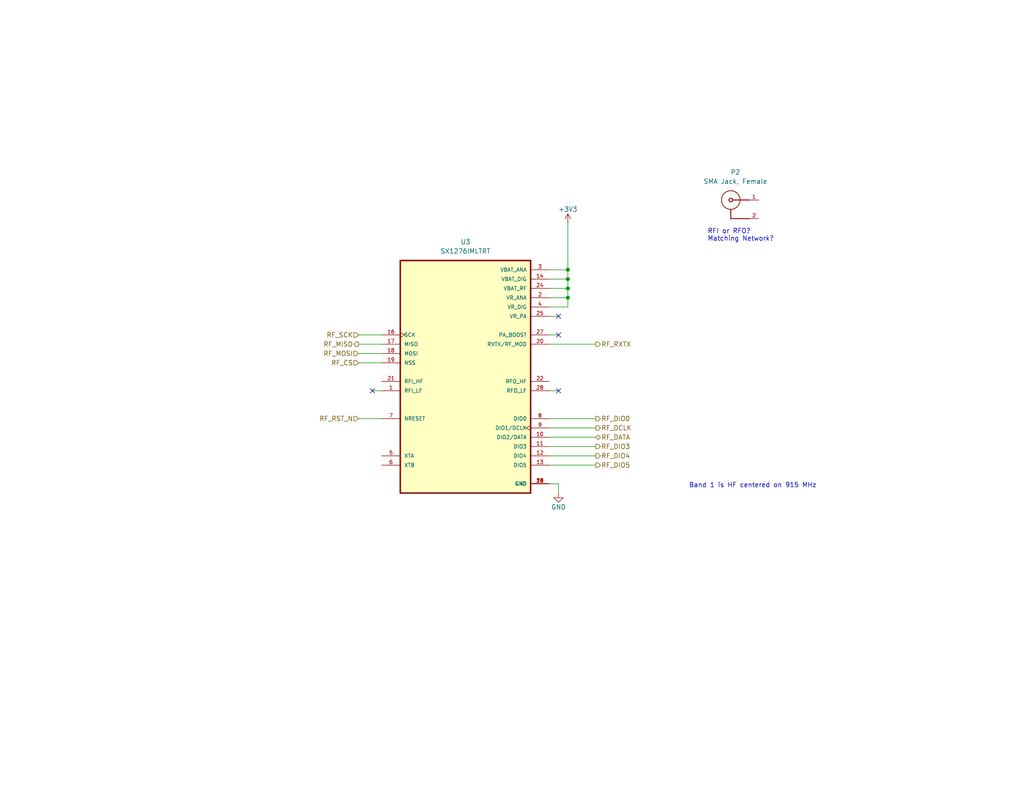
<source format=kicad_sch>
(kicad_sch (version 20211123) (generator eeschema)
  (paper "USLetter")
  (title_block (title "LoRa Expansion Card for Frame.Work Laptop") (date "2022-05-08") (rev "0.2.1") (comment 3 "Kris Keillor"))
  (lib_symbols
    (symbol "KKicadLib:SMA Jack, Female" (pin_names (offset 1.016))
      (property "Reference" "J" (at 0 3.556 0))
      (property "Value" "SMA Jack, Female" (at 0 -8.128 0))
      (symbol "SMA Jack, Female_0_0"
        (polyline (pts (xy 0 -5.08) (xy 5.08 -5.08)) (stroke (width 0.254)))
        (polyline (pts (xy 0 -2.54) (xy 0 -5.08)) (stroke (width 0.254)))
        (polyline (pts (xy 5.08 0) (xy 0.54 0)) (stroke (width 0.254)))
        (circle (center 0 0) (radius 0.5) (stroke (width 0.254)))
        (circle (center 0 0) (radius 2.54) (stroke (width 0.2)))
        (pin bidirectional line (at 7.62 0 180) (length 2.54) (name "~") (number "1"))
        (pin passive line (at 7.62 -5.08 180) (length 2.54) (name "~") (number "2"))
        (pin passive line (at 7.62 -5.08 180) (length 2.54) hide (name "~") (number "3"))
        (pin passive line (at 7.62 -5.08 180) (length 2.54) hide (name "~") (number "4"))
        (pin passive line (at 7.62 -5.08 180) (length 2.54) hide (name "~") (number "5"))
      )
    )
    (symbol "kkicadlib:SX1276IMLTRT" (pin_names (offset 1.016))
      (property "Reference" "U" (at -17.8244 34.102 0))
      (property "Value" "SX1276IMLTRT" (at -17.8103 -34.5388 0))
      (symbol "SX1276IMLTRT_0_0"
        (rectangle (start -17.78 -30.48) (end 17.78 33.02) (stroke (width 0.41)) (fill (type background)))
        (pin input line (at -22.86 -2.54 0) (length 5.08) (name "RFI_LF") (number "1"))
        (pin bidirectional line (at 22.86 -15.24 180) (length 5.08) (name "DIO2/DATA") (number "10"))
        (pin bidirectional line (at 22.86 -17.78 180) (length 5.08) (name "DIO3") (number "11"))
        (pin bidirectional line (at 22.86 -20.32 180) (length 5.08) (name "DIO4") (number "12"))
        (pin bidirectional line (at 22.86 -22.86 180) (length 5.08) (name "DIO5") (number "13"))
        (pin power_in line (at 22.86 27.94 180) (length 5.08) (name "VBAT_DIG") (number "14"))
        (pin power_in line (at 22.86 -27.94 180) (length 5.08) (name "GND") (number "15"))
        (pin input clock (at -22.86 12.7 0) (length 5.08) (name "SCK") (number "16"))
        (pin output line (at -22.86 10.16 0) (length 5.08) (name "MISO") (number "17"))
        (pin input line (at -22.86 7.62 0) (length 5.08) (name "MOSI") (number "18"))
        (pin input line (at -22.86 5.08 0) (length 5.08) (name "NSS") (number "19"))
        (pin power_in line (at 22.86 22.86 180) (length 5.08) (name "VR_ANA") (number "2"))
        (pin output line (at 22.86 10.16 180) (length 5.08) (name "RXTX/RF_MOD") (number "20"))
        (pin input line (at -22.86 0 0) (length 5.08) (name "RFI_HF") (number "21"))
        (pin output line (at 22.86 0 180) (length 5.08) (name "RFO_HF") (number "22"))
        (pin power_in line (at 22.86 -27.94 180) (length 5.08) (name "GND") (number "23"))
        (pin power_in line (at 22.86 25.4 180) (length 5.08) (name "VBAT_RF") (number "24"))
        (pin power_in line (at 22.86 17.78 180) (length 5.08) (name "VR_PA") (number "25"))
        (pin power_in line (at 22.86 -27.94 180) (length 5.08) (name "GND") (number "26"))
        (pin output line (at 22.86 12.7 180) (length 5.08) (name "PA_BOOST") (number "27"))
        (pin output line (at 22.86 -2.54 180) (length 5.08) (name "RFO_LF") (number "28"))
        (pin power_in line (at 22.86 -27.94 180) (length 5.08) (name "GND") (number "29"))
        (pin power_in line (at 22.86 30.48 180) (length 5.08) (name "VBAT_ANA") (number "3"))
        (pin power_in line (at 22.86 20.32 180) (length 5.08) (name "VR_DIG") (number "4"))
        (pin bidirectional line (at -22.86 -20.32 0) (length 5.08) (name "XTA") (number "5"))
        (pin bidirectional line (at -22.86 -22.86 0) (length 5.08) (name "XTB") (number "6"))
        (pin bidirectional line (at -22.86 -10.16 0) (length 5.08) (name "NRESET") (number "7"))
        (pin bidirectional line (at 22.86 -10.16 180) (length 5.08) (name "DIO0") (number "8"))
        (pin bidirectional clock (at 22.86 -12.7 180) (length 5.08) (name "DIO1/DCLK") (number "9"))
      )
    )
    (symbol "power:+3V3" (power) (pin_names (offset 0))
      (property "Value" "+3V3" (at 0 3.556 0))
      (symbol "+3V3_0_1"
        (polyline (pts (xy -0.762 1.27) (xy 0 2.54)))
        (polyline (pts (xy 0 0) (xy 0 2.54)))
        (polyline (pts (xy 0 2.54) (xy 0.762 1.27)))
      )
      (symbol "+3V3_1_1"
        (pin power_in line (at 0 0 90) (length 0) hide (name "+3V3") (number "1"))
      )
    )
    (symbol "power:GND" (power) (pin_names (offset 0))
      (property "Value" "GND" (at 0 -3.81 0))
      (symbol "GND_0_1"
        (polyline (pts (xy 0 0) (xy 0 -1.27) (xy 1.27 -1.27) (xy 0 -2.54) (xy -1.27 -1.27) (xy 0 -1.27)))
      )
      (symbol "GND_1_1"
        (pin power_in line (at 0 0 270) (length 0) hide (name "GND") (number "1"))
      )
    )
  )
  (junction (at 154.94 78.74))
  (junction (at 154.94 73.66))
  (junction (at 154.94 76.2))
  (junction (at 154.94 81.28))
  (no_connect (at 152.4 86.36))
  (no_connect (at 101.6 106.68))
  (no_connect (at 152.4 106.68))
  (no_connect (at 152.4 91.44))
  (wire (pts (xy 149.86 73.66) (xy 154.94 73.66)))
  (wire (pts (xy 149.86 93.98) (xy 162.56 93.98)))
  (wire (pts (xy 97.79 91.44) (xy 104.14 91.44)))
  (wire (pts (xy 149.86 76.2) (xy 154.94 76.2)))
  (wire (pts (xy 149.86 83.82) (xy 154.94 83.82)))
  (wire (pts (xy 149.86 106.68) (xy 152.4 106.68)))
  (wire (pts (xy 149.86 91.44) (xy 152.4 91.44)))
  (wire (pts (xy 149.86 81.28) (xy 154.94 81.28)))
  (wire (pts (xy 149.86 114.3) (xy 162.56 114.3)))
  (wire (pts (xy 152.4 134.62) (xy 152.4 132.08)))
  (wire (pts (xy 149.86 124.46) (xy 162.56 124.46)))
  (wire (pts (xy 149.86 121.92) (xy 162.56 121.92)))
  (wire (pts (xy 149.86 116.84) (xy 162.56 116.84)))
  (wire (pts (xy 97.79 99.06) (xy 104.14 99.06)))
  (wire (pts (xy 149.86 127) (xy 162.56 127)))
  (wire (pts (xy 149.86 86.36) (xy 152.4 86.36)))
  (wire (pts (xy 97.79 96.52) (xy 104.14 96.52)))
  (wire (pts (xy 154.94 83.82) (xy 154.94 81.28)))
  (wire (pts (xy 149.86 119.38) (xy 162.56 119.38)))
  (wire (pts (xy 154.94 78.74) (xy 154.94 81.28)))
  (wire (pts (xy 97.79 114.3) (xy 104.14 114.3)))
  (wire (pts (xy 154.94 60.96) (xy 154.94 73.66)))
  (wire (pts (xy 154.94 73.66) (xy 154.94 76.2)))
  (wire (pts (xy 154.94 76.2) (xy 154.94 78.74)))
  (wire (pts (xy 149.86 78.74) (xy 154.94 78.74)))
  (wire (pts (xy 97.79 93.98) (xy 104.14 93.98)))
  (wire (pts (xy 152.4 132.08) (xy 149.86 132.08)))
  (wire (pts (xy 101.6 106.68) (xy 104.14 106.68)))
  (text "Band 1 is HF centered on 915 MHz" (at 187.96 133.35 0) (effects (font (size 1.27 1.27)) (justify left bottom)))
  (text "RFI or RFO?\nMatching Network?" (at 193.04 66.04 0) (effects (font (size 1.27 1.27)) (justify left bottom)))
  (hierarchical_label "RF_MOSI" (shape input) (at 97.79 96.52 180))
  (hierarchical_label "RF_DIO0" (shape output) (at 162.56 114.3 0))
  (hierarchical_label "RF_CS" (shape input) (at 97.79 99.06 180))
  (hierarchical_label "RF_DCLK" (shape output) (at 162.56 116.84 0))
  (hierarchical_label "RF_RXTX" (shape output) (at 162.56 93.98 0))
  (hierarchical_label "RF_DIO3" (shape output) (at 162.56 121.92 0))
  (hierarchical_label "RF_SCK" (shape input) (at 97.79 91.44 180))
  (hierarchical_label "RF_DIO4" (shape output) (at 162.56 124.46 0))
  (hierarchical_label "RF_DATA" (shape bidirectional) (at 162.56 119.38 0))
  (hierarchical_label "RF_MISO" (shape output) (at 97.79 93.98 180))
  (hierarchical_label "RF_RST_N" (shape input) (at 97.79 114.3 180))
  (hierarchical_label "RF_DIO5" (shape output) (at 162.56 127 0))
  (symbol (lib_id "kkicadlib:SX1276IMLTRT") (at 127 104.14 0) (unit 1)
    (property "Reference" "U3" (at 127 66.04 0))
    (property "Value" "SX1276IMLTRT" (at 127 68.58 0))
    (property "Footprint" "QFN65P600X600X100-29N" (effects hide))
    (property "STANDARD" "IPC-7351B" (effects hide))
    (property "MANUFACTURER" "Semtech Corporation" (effects hide))
    (property "PARTREV" "5" (effects hide))
  )
  (symbol (lib_id "KKicadLib:SMA Jack, Female") (at 199.39 54.61 0) (unit 1)
    (property "Reference" "P2" (at 200.6735 46.99 0))
    (property "Value" "SMA Jack, Female" (at 200.6735 49.53 0))
    (property "Footprint" "KKicadLib:SMA_Female_Edge_60312202114513" (effects hide))
    (property "DATASHEET-URL" "https://www.we-online.com/catalog/datasheet/60312202114513.pdf" (effects hide))
    (property "INTERFACE" "MIL-STD-348" (effects hide))
    (property "VALUE" "60312202114513" (effects hide))
    (property "ORIENTATION-TYPE" "Straight" (effects hide))
    (property "MOUNT" "End Launch" (effects hide))
    (property "PART-NUMBER" "60312202114513" (effects hide))
    (property "Z" "50Ohm" (effects hide))
    (property "GENDER" "Jack" (effects hide))
  )
  (symbol (lib_id "power:GND") (at 152.4 134.62 0) (unit 1)
    (property "Reference" "#PWR0117" (effects hide))
    (property "Value" "GND" (at 152.4 138.43 0))
  )
  (symbol (lib_id "power:+3V3") (at 154.94 60.96 0) (unit 1)
    (property "Reference" "#PWR?" (effects hide))
    (property "Value" "+3V3" (at 154.94 57.15 0))
  )
)
</source>
